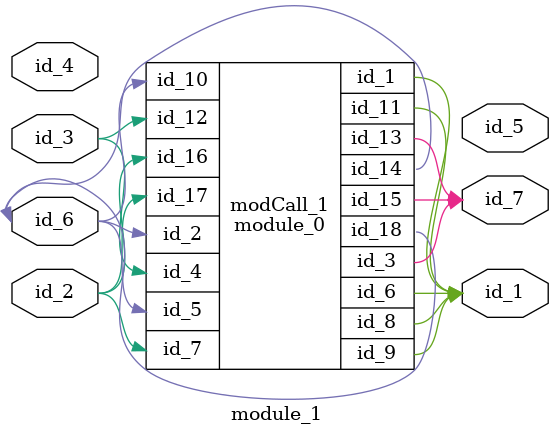
<source format=v>
module module_0 (
    id_1,
    id_2,
    id_3,
    id_4,
    id_5,
    id_6,
    id_7,
    id_8,
    id_9,
    id_10,
    id_11,
    id_12,
    id_13,
    id_14,
    id_15,
    id_16,
    id_17,
    id_18
);
  output wire id_18;
  input wire id_17;
  input wire id_16;
  output wire id_15;
  inout wire id_14;
  output wire id_13;
  input wire id_12;
  output wire id_11;
  input wire id_10;
  output wire id_9;
  output wire id_8;
  input wire id_7;
  output wire id_6;
  input wire id_5;
  input wire id_4;
  output wire id_3;
  input wire id_2;
  output wire id_1;
  assign id_14 = id_12;
endmodule
module module_1 (
    id_1,
    id_2,
    id_3,
    id_4,
    id_5,
    id_6,
    id_7
);
  output wire id_7;
  module_0 modCall_1 (
      id_1,
      id_6,
      id_7,
      id_3,
      id_6,
      id_1,
      id_2,
      id_1,
      id_1,
      id_6,
      id_1,
      id_3,
      id_7,
      id_6,
      id_7,
      id_2,
      id_2,
      id_6
  );
  inout wire id_6;
  output wire id_5;
  input wire id_4;
  input wire id_3;
  input wire id_2;
  output wire id_1;
  wire id_8;
endmodule

</source>
